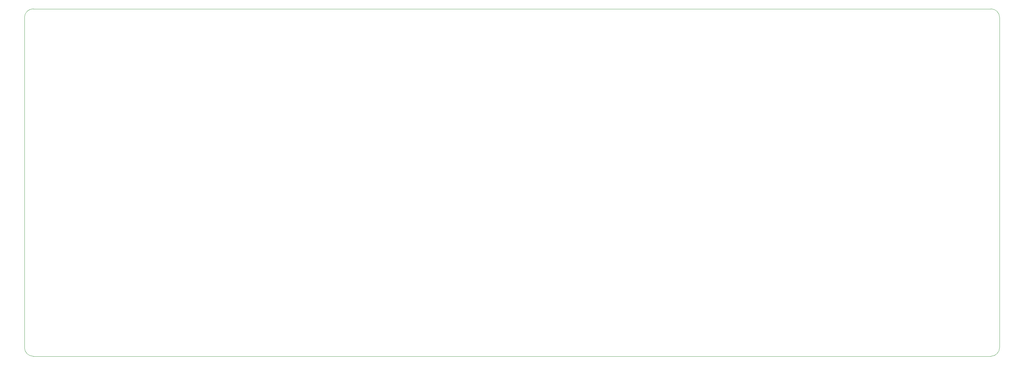
<source format=gbr>
G04 #@! TF.GenerationSoftware,KiCad,Pcbnew,(5.1.5)-3*
G04 #@! TF.CreationDate,2020-05-25T21:03:39-04:00*
G04 #@! TF.ProjectId,5-12,352d3132-2e6b-4696-9361-645f70636258,rev?*
G04 #@! TF.SameCoordinates,Original*
G04 #@! TF.FileFunction,Profile,NP*
%FSLAX46Y46*%
G04 Gerber Fmt 4.6, Leading zero omitted, Abs format (unit mm)*
G04 Created by KiCad (PCBNEW (5.1.5)-3) date 2020-05-25 21:03:39*
%MOMM*%
%LPD*%
G04 APERTURE LIST*
%ADD10C,0.050000*%
G04 APERTURE END LIST*
D10*
X11906250Y-161925000D02*
X11906250Y-71437500D01*
X276225000Y-164306250D02*
X14287500Y-164306250D01*
X278606250Y-71437500D02*
X278606250Y-161925000D01*
X14287500Y-69056250D02*
X276225000Y-69056250D01*
X14287500Y-164306250D02*
G75*
G02X11906250Y-161925000I0J2381250D01*
G01*
X11906250Y-71437500D02*
G75*
G02X14287500Y-69056250I2381250J0D01*
G01*
X278606250Y-161925000D02*
G75*
G02X276225000Y-164306250I-2381250J0D01*
G01*
X276225000Y-69056250D02*
G75*
G02X278606250Y-71437500I0J-2381250D01*
G01*
M02*

</source>
